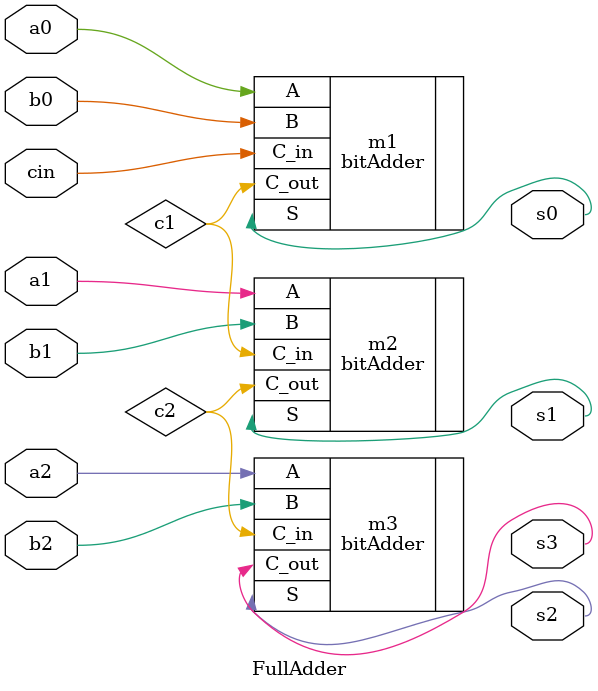
<source format=v>
`timescale 1ns / 1ps


module FullAdder(
    input a0,
    input a1,
    input a2,
    input b0,
    input b1,
    input b2,
    input cin,
    output s0,
    output s1,
    output s2,
    output s3 //this is our final c out

    );
    wire c1, c2;
    
    bitAdder m1 ( .A(a0), .B(b0), .C_in(cin), .C_out(c1), .S(s0));
    bitAdder m2 ( .A(a1), .B(b1), .C_in(c1), .C_out(c2), .S(s1));
    bitAdder m3 ( .A(a2), .B(b2), .C_in(c2), .C_out(s3), .S(s2));
    
endmodule

</source>
